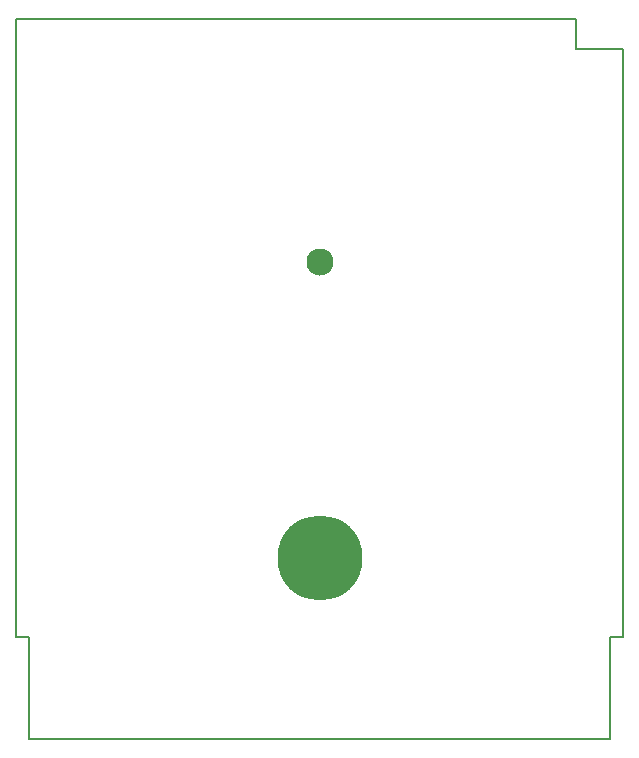
<source format=gbr>
G04 #@! TF.GenerationSoftware,KiCad,Pcbnew,5.1.6-c6e7f7d~86~ubuntu20.04.1*
G04 #@! TF.CreationDate,2020-05-17T16:09:24+03:00*
G04 #@! TF.ProjectId,GB-BRK-CART,47422d42-524b-42d4-9341-52542e6b6963,v4.0*
G04 #@! TF.SameCoordinates,Original*
G04 #@! TF.FileFunction,Soldermask,Bot*
G04 #@! TF.FilePolarity,Negative*
%FSLAX46Y46*%
G04 Gerber Fmt 4.6, Leading zero omitted, Abs format (unit mm)*
G04 Created by KiCad (PCBNEW 5.1.6-c6e7f7d~86~ubuntu20.04.1) date 2020-05-17 16:09:24*
%MOMM*%
%LPD*%
G01*
G04 APERTURE LIST*
G04 #@! TA.AperFunction,Profile*
%ADD10C,0.150000*%
G04 #@! TD*
%ADD11C,2.300000*%
%ADD12C,7.200000*%
G04 APERTURE END LIST*
D10*
X121700000Y-39000000D02*
X121700000Y-41600000D01*
X74300000Y-39000000D02*
X121700000Y-39000000D01*
X125700000Y-41600000D02*
X121700000Y-41600000D01*
X74300000Y-91400000D02*
X74300000Y-39000000D01*
X75400000Y-91400000D02*
X74300000Y-91400000D01*
X75400000Y-100000000D02*
X75400000Y-91400000D01*
X125700000Y-91400000D02*
X125700000Y-41600000D01*
X124600000Y-91400000D02*
X125700000Y-91400000D01*
X124600000Y-100000000D02*
X124600000Y-91400000D01*
X75400000Y-100000000D02*
X124600000Y-100000000D01*
D11*
X100000000Y-59650000D03*
D12*
X100000000Y-84650000D03*
M02*

</source>
